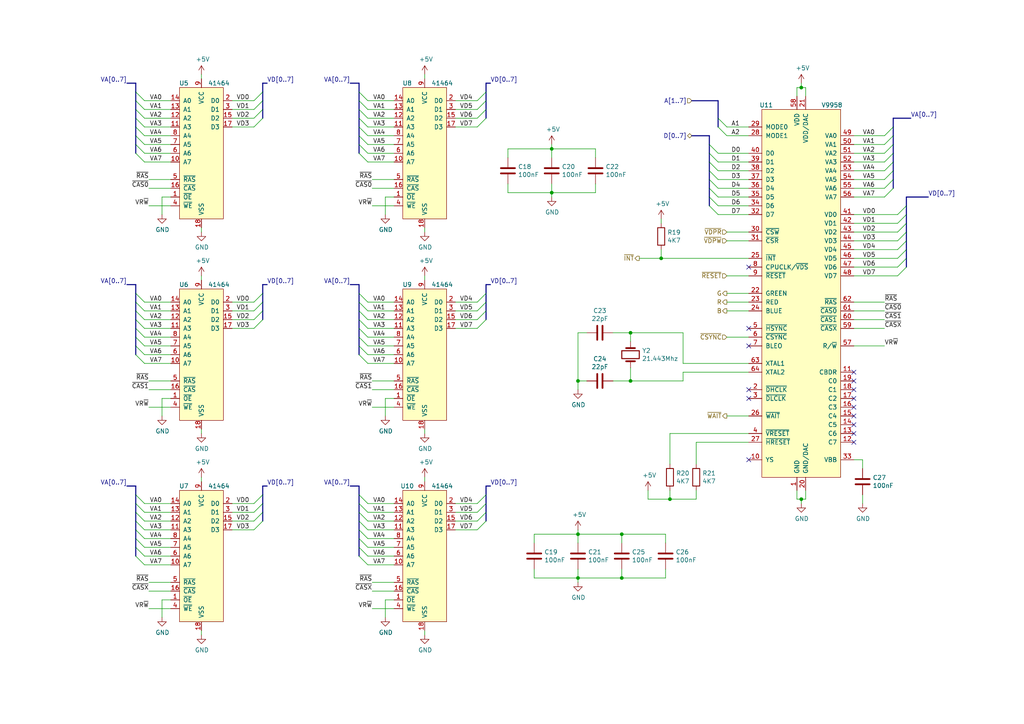
<source format=kicad_sch>
(kicad_sch (version 20211123) (generator eeschema)
  (paper "A4")
  (lib_symbols
    (symbol "Ddraig:41464" (pin_names (offset 1.016))
      (property "Reference" "U" (at 3.81 20.32 0))
      (property "Value" "41464" (at 5.08 -20.32 0))
      (symbol "41464_0_1"
        (rectangle (start -6.35 19.05) (end 6.35 -19.05) (fill (type background)))
      )
      (symbol "41464_1_1"
        (pin input line (at -8.89 -12.7 0) (length 2.54) (name "~{OE}") (number "1"))
        (pin input line (at -8.89 -2.54 0) (length 2.54) (name "A7") (number "10"))
        (pin input line (at -8.89 7.62 0) (length 2.54) (name "A3") (number "11"))
        (pin input line (at -8.89 10.16 0) (length 2.54) (name "A2") (number "12"))
        (pin input line (at -8.89 12.7 0) (length 2.54) (name "A1") (number "13"))
        (pin input line (at -8.89 15.24 0) (length 2.54) (name "A0") (number "14"))
        (pin bidirectional line (at 8.89 10.16 180) (length 2.54) (name "D2") (number "15"))
        (pin input line (at -8.89 -10.16 0) (length 2.54) (name "~{CAS}") (number "16"))
        (pin bidirectional line (at 8.89 7.62 180) (length 2.54) (name "D3") (number "17"))
        (pin power_in line (at 0 -21.59 90) (length 2.54) (name "VSS") (number "18"))
        (pin bidirectional line (at 8.89 15.24 180) (length 2.54) (name "D0") (number "2"))
        (pin bidirectional line (at 8.89 12.7 180) (length 2.54) (name "D1") (number "3"))
        (pin input line (at -8.89 -15.24 0) (length 2.54) (name "~{WE}") (number "4"))
        (pin input line (at -8.89 -7.62 0) (length 2.54) (name "~{RAS}") (number "5"))
        (pin input line (at -8.89 0 0) (length 2.54) (name "A6") (number "6"))
        (pin input line (at -8.89 2.54 0) (length 2.54) (name "A5") (number "7"))
        (pin input line (at -8.89 5.08 0) (length 2.54) (name "A4") (number "8"))
        (pin power_in line (at 0 21.59 270) (length 2.54) (name "VCC") (number "9"))
      )
    )
    (symbol "Ddraig:V9958" (pin_names (offset 1.016))
      (property "Reference" "U" (at 0 0 0))
      (property "Value" "V9958" (at 0 0 0))
      (symbol "V9958_0_1"
        (rectangle (start -11.43 -55.88) (end 11.43 50.8) (fill (type background)))
      )
      (symbol "V9958_1_1"
        (pin power_in line (at -1.27 -59.69 90) (length 3.81) (name "GND") (number "1"))
        (pin output line (at -15.24 -50.8 0) (length 3.81) (name "YS") (number "10"))
        (pin output line (at 15.24 -25.4 180) (length 3.81) (name "CBDR") (number "11"))
        (pin bidirectional line (at 15.24 -45.72 180) (length 3.81) (name "C7") (number "12"))
        (pin bidirectional line (at 15.24 -43.18 180) (length 3.81) (name "C6") (number "13"))
        (pin bidirectional line (at 15.24 -40.64 180) (length 3.81) (name "C5") (number "14"))
        (pin bidirectional line (at 15.24 -38.1 180) (length 3.81) (name "C4") (number "15"))
        (pin bidirectional line (at 15.24 -35.56 180) (length 3.81) (name "C3") (number "16"))
        (pin bidirectional line (at 15.24 -33.02 180) (length 3.81) (name "C2") (number "17"))
        (pin bidirectional line (at 15.24 -30.48 180) (length 3.81) (name "C1") (number "18"))
        (pin bidirectional line (at 15.24 -27.94 180) (length 3.81) (name "C0") (number "19"))
        (pin output line (at -15.24 -30.48 0) (length 3.81) (name "~{DHCLK}") (number "2"))
        (pin power_in line (at 1.27 -59.69 90) (length 3.81) (name "GND/DAC") (number "20"))
        (pin power_in line (at 1.27 54.61 270) (length 3.81) (name "VDD/DAC") (number "21"))
        (pin output line (at -15.24 -2.54 0) (length 3.81) (name "GREEN") (number "22"))
        (pin output line (at -15.24 -5.08 0) (length 3.81) (name "RED") (number "23"))
        (pin output line (at -15.24 -7.62 0) (length 3.81) (name "BLUE") (number "24"))
        (pin output line (at -15.24 7.62 0) (length 3.81) (name "~{INT}") (number "25"))
        (pin output line (at -15.24 -38.1 0) (length 3.81) (name "~{WAIT}") (number "26"))
        (pin input line (at -15.24 -45.72 0) (length 3.81) (name "~{HRESET}") (number "27"))
        (pin input line (at -15.24 43.18 0) (length 3.81) (name "MODE1") (number "28"))
        (pin input line (at -15.24 45.72 0) (length 3.81) (name "MODE0") (number "29"))
        (pin output line (at -15.24 -33.02 0) (length 3.81) (name "~{DLCLK}") (number "3"))
        (pin input line (at -15.24 15.24 0) (length 3.81) (name "~{CSW}") (number "30"))
        (pin input line (at -15.24 12.7 0) (length 3.81) (name "~{CSR}") (number "31"))
        (pin bidirectional line (at -15.24 20.32 0) (length 3.81) (name "D7") (number "32"))
        (pin input line (at 15.24 -50.8 180) (length 3.81) (name "VBB") (number "33"))
        (pin bidirectional line (at -15.24 22.86 0) (length 3.81) (name "D6") (number "34"))
        (pin bidirectional line (at -15.24 25.4 0) (length 3.81) (name "D5") (number "35"))
        (pin bidirectional line (at -15.24 27.94 0) (length 3.81) (name "D4") (number "36"))
        (pin bidirectional line (at -15.24 30.48 0) (length 3.81) (name "D3") (number "37"))
        (pin bidirectional line (at -15.24 33.02 0) (length 3.81) (name "D2") (number "38"))
        (pin bidirectional line (at -15.24 35.56 0) (length 3.81) (name "D1") (number "39"))
        (pin input line (at -15.24 -43.18 0) (length 3.81) (name "~{VRESET}") (number "4"))
        (pin bidirectional line (at -15.24 38.1 0) (length 3.81) (name "D0") (number "40"))
        (pin bidirectional line (at 15.24 20.32 180) (length 3.81) (name "VD0") (number "41"))
        (pin bidirectional line (at 15.24 17.78 180) (length 3.81) (name "VD1") (number "42"))
        (pin bidirectional line (at 15.24 15.24 180) (length 3.81) (name "VD2") (number "43"))
        (pin bidirectional line (at 15.24 12.7 180) (length 3.81) (name "VD3") (number "44"))
        (pin bidirectional line (at 15.24 10.16 180) (length 3.81) (name "VD4") (number "45"))
        (pin bidirectional line (at 15.24 7.62 180) (length 3.81) (name "VD5") (number "46"))
        (pin bidirectional line (at 15.24 5.08 180) (length 3.81) (name "VD6") (number "47"))
        (pin bidirectional line (at 15.24 2.54 180) (length 3.81) (name "VD7") (number "48"))
        (pin output line (at 15.24 43.18 180) (length 3.81) (name "VA0") (number "49"))
        (pin output line (at -15.24 -12.7 0) (length 3.81) (name "~{HSYNC}") (number "5"))
        (pin output line (at 15.24 40.64 180) (length 3.81) (name "VA1") (number "50"))
        (pin output line (at 15.24 38.1 180) (length 3.81) (name "VA2") (number "51"))
        (pin output line (at 15.24 35.56 180) (length 3.81) (name "VA3") (number "52"))
        (pin output line (at 15.24 33.02 180) (length 3.81) (name "VA4") (number "53"))
        (pin output line (at 15.24 30.48 180) (length 3.81) (name "VA5") (number "54"))
        (pin output line (at 15.24 27.94 180) (length 3.81) (name "VA6") (number "55"))
        (pin output line (at 15.24 25.4 180) (length 3.81) (name "VA7") (number "56"))
        (pin output line (at 15.24 -17.78 180) (length 3.81) (name "R/~{W}") (number "57"))
        (pin power_in line (at -1.27 54.61 270) (length 3.81) (name "VDD") (number "58"))
        (pin output line (at 15.24 -12.7 180) (length 3.81) (name "~{CASX}") (number "59"))
        (pin output line (at -15.24 -15.24 0) (length 3.81) (name "~{CSYNC}") (number "6"))
        (pin output line (at 15.24 -10.16 180) (length 3.81) (name "~{CAS1}") (number "60"))
        (pin output line (at 15.24 -7.62 180) (length 3.81) (name "~{CAS0}") (number "61"))
        (pin output line (at 15.24 -5.08 180) (length 3.81) (name "~{RAS}") (number "62"))
        (pin passive line (at -15.24 -22.86 0) (length 3.81) (name "XTAL1") (number "63"))
        (pin passive line (at -15.24 -25.4 0) (length 3.81) (name "XTAL2") (number "64"))
        (pin output line (at -15.24 -17.78 0) (length 3.81) (name "BLEO") (number "7"))
        (pin output line (at -15.24 5.08 0) (length 3.81) (name "CPUCLK/~{VDS}") (number "8"))
        (pin input line (at -15.24 2.54 0) (length 3.81) (name "~{RESET}") (number "9"))
      )
    )
    (symbol "Device:C" (pin_numbers hide) (pin_names (offset 0.254))
      (property "Reference" "C" (at 0.635 2.54 0))
      (property "Value" "C" (at 0.635 -2.54 0))
      (symbol "C_0_1"
        (polyline (pts (xy -2.032 -0.762) (xy 2.032 -0.762)) (stroke (width 0.508)))
        (polyline (pts (xy -2.032 0.762) (xy 2.032 0.762)) (stroke (width 0.508)))
      )
      (symbol "C_1_1"
        (pin passive line (at 0 3.81 270) (length 2.794) (name "~") (number "1"))
        (pin passive line (at 0 -3.81 90) (length 2.794) (name "~") (number "2"))
      )
    )
    (symbol "Device:Crystal" (pin_numbers hide) (pin_names (offset 1.016) hide)
      (property "Reference" "Y" (at 0 3.81 0))
      (property "Value" "Crystal" (at 0 -3.81 0))
      (symbol "Crystal_0_1"
        (rectangle (start -1.143 2.54) (end 1.143 -2.54) (stroke (width 0.3048)))
        (polyline (pts (xy -2.54 0) (xy -1.905 0)))
        (polyline (pts (xy -1.905 -1.27) (xy -1.905 1.27)) (stroke (width 0.508)))
        (polyline (pts (xy 1.905 -1.27) (xy 1.905 1.27)) (stroke (width 0.508)))
        (polyline (pts (xy 2.54 0) (xy 1.905 0)))
      )
      (symbol "Crystal_1_1"
        (pin passive line (at -3.81 0 0) (length 1.27) (name "1") (number "1"))
        (pin passive line (at 3.81 0 180) (length 1.27) (name "2") (number "2"))
      )
    )
    (symbol "Device:R" (pin_numbers hide) (pin_names (offset 0))
      (property "Reference" "R" (at 2.032 0 90))
      (property "Value" "R" (at 0 0 90))
      (symbol "R_0_1"
        (rectangle (start -1.016 -2.54) (end 1.016 2.54) (stroke (width 0.254)))
      )
      (symbol "R_1_1"
        (pin passive line (at 0 3.81 270) (length 1.27) (name "~") (number "1"))
        (pin passive line (at 0 -3.81 90) (length 1.27) (name "~") (number "2"))
      )
    )
    (symbol "power:+5V" (power) (pin_names (offset 0))
      (property "Value" "+5V" (at 0 3.556 0))
      (symbol "+5V_0_1"
        (polyline (pts (xy -0.762 1.27) (xy 0 2.54)))
        (polyline (pts (xy 0 0) (xy 0 2.54)))
        (polyline (pts (xy 0 2.54) (xy 0.762 1.27)))
      )
      (symbol "+5V_1_1"
        (pin power_in line (at 0 0 90) (length 0) hide (name "+5V") (number "1"))
      )
    )
    (symbol "power:GND" (power) (pin_names (offset 0))
      (property "Value" "GND" (at 0 -3.81 0))
      (symbol "GND_0_1"
        (polyline (pts (xy 0 0) (xy 0 -1.27) (xy 1.27 -1.27) (xy 0 -2.54) (xy -1.27 -1.27) (xy 0 -1.27)))
      )
      (symbol "GND_1_1"
        (pin power_in line (at 0 0 270) (length 0) hide (name "GND") (number "1"))
      )
    )
  )
  (junction (at 191.77 74.93))
  (junction (at 160.02 43.18))
  (junction (at 180.34 167.64))
  (junction (at 180.34 154.94))
  (junction (at 167.64 154.94))
  (junction (at 194.31 144.78))
  (junction (at 182.88 96.52))
  (junction (at 160.02 55.88))
  (junction (at 167.64 110.49))
  (junction (at 232.41 25.4))
  (junction (at 167.64 167.64))
  (junction (at 232.41 144.78))
  (junction (at 182.88 110.49))
  (no_connect (at 247.65 125.73))
  (no_connect (at 217.17 113.03))
  (no_connect (at 247.65 123.19))
  (no_connect (at 217.17 77.47))
  (no_connect (at 247.65 110.49))
  (no_connect (at 247.65 107.95))
  (no_connect (at 217.17 100.33))
  (no_connect (at 217.17 133.35))
  (no_connect (at 217.17 95.25))
  (no_connect (at 247.65 115.57))
  (no_connect (at 217.17 115.57))
  (no_connect (at 247.65 128.27))
  (no_connect (at 247.65 118.11))
  (no_connect (at 247.65 113.03))
  (no_connect (at 247.65 120.65))
  (bus_entry (at 104.14 29.21) (size 2.54 2.54))
  (bus_entry (at 140.97 151.13) (size -2.54 2.54))
  (bus_entry (at 39.37 146.05) (size 2.54 2.54))
  (bus_entry (at 259.08 39.37) (size -2.54 2.54))
  (bus_entry (at 76.2 90.17) (size -2.54 2.54))
  (bus_entry (at 76.2 146.05) (size -2.54 2.54))
  (bus_entry (at 76.2 29.21) (size -2.54 2.54))
  (bus_entry (at 76.2 34.29) (size -2.54 2.54))
  (bus_entry (at 104.14 31.75) (size 2.54 2.54))
  (bus_entry (at 140.97 31.75) (size -2.54 2.54))
  (bus_entry (at 262.89 64.77) (size -2.54 2.54))
  (bus_entry (at 205.74 46.99) (size 2.54 2.54))
  (bus_entry (at 39.37 97.79) (size 2.54 2.54))
  (bus_entry (at 140.97 92.71) (size -2.54 2.54))
  (bus_entry (at 39.37 44.45) (size 2.54 2.54))
  (bus_entry (at 104.14 92.71) (size 2.54 2.54))
  (bus_entry (at 262.89 59.69) (size -2.54 2.54))
  (bus_entry (at 104.14 44.45) (size 2.54 2.54))
  (bus_entry (at 208.28 34.29) (size 2.54 2.54))
  (bus_entry (at 104.14 97.79) (size 2.54 2.54))
  (bus_entry (at 262.89 74.93) (size -2.54 2.54))
  (bus_entry (at 104.14 100.33) (size 2.54 2.54))
  (bus_entry (at 104.14 34.29) (size 2.54 2.54))
  (bus_entry (at 76.2 31.75) (size -2.54 2.54))
  (bus_entry (at 104.14 161.29) (size 2.54 2.54))
  (bus_entry (at 104.14 26.67) (size 2.54 2.54))
  (bus_entry (at 39.37 90.17) (size 2.54 2.54))
  (bus_entry (at 104.14 39.37) (size 2.54 2.54))
  (bus_entry (at 39.37 29.21) (size 2.54 2.54))
  (bus_entry (at 140.97 90.17) (size -2.54 2.54))
  (bus_entry (at 104.14 87.63) (size 2.54 2.54))
  (bus_entry (at 104.14 153.67) (size 2.54 2.54))
  (bus_entry (at 76.2 151.13) (size -2.54 2.54))
  (bus_entry (at 104.14 41.91) (size 2.54 2.54))
  (bus_entry (at 76.2 148.59) (size -2.54 2.54))
  (bus_entry (at 76.2 85.09) (size -2.54 2.54))
  (bus_entry (at 205.74 59.69) (size 2.54 2.54))
  (bus_entry (at 39.37 95.25) (size 2.54 2.54))
  (bus_entry (at 140.97 148.59) (size -2.54 2.54))
  (bus_entry (at 140.97 26.67) (size -2.54 2.54))
  (bus_entry (at 205.74 41.91) (size 2.54 2.54))
  (bus_entry (at 259.08 41.91) (size -2.54 2.54))
  (bus_entry (at 39.37 26.67) (size 2.54 2.54))
  (bus_entry (at 39.37 39.37) (size 2.54 2.54))
  (bus_entry (at 39.37 87.63) (size 2.54 2.54))
  (bus_entry (at 262.89 69.85) (size -2.54 2.54))
  (bus_entry (at 262.89 77.47) (size -2.54 2.54))
  (bus_entry (at 262.89 62.23) (size -2.54 2.54))
  (bus_entry (at 104.14 102.87) (size 2.54 2.54))
  (bus_entry (at 259.08 49.53) (size -2.54 2.54))
  (bus_entry (at 259.08 54.61) (size -2.54 2.54))
  (bus_entry (at 262.89 72.39) (size -2.54 2.54))
  (bus_entry (at 39.37 92.71) (size 2.54 2.54))
  (bus_entry (at 262.89 67.31) (size -2.54 2.54))
  (bus_entry (at 39.37 156.21) (size 2.54 2.54))
  (bus_entry (at 39.37 41.91) (size 2.54 2.54))
  (bus_entry (at 39.37 31.75) (size 2.54 2.54))
  (bus_entry (at 259.08 44.45) (size -2.54 2.54))
  (bus_entry (at 39.37 153.67) (size 2.54 2.54))
  (bus_entry (at 205.74 54.61) (size 2.54 2.54))
  (bus_entry (at 140.97 29.21) (size -2.54 2.54))
  (bus_entry (at 140.97 146.05) (size -2.54 2.54))
  (bus_entry (at 104.14 95.25) (size 2.54 2.54))
  (bus_entry (at 76.2 92.71) (size -2.54 2.54))
  (bus_entry (at 39.37 158.75) (size 2.54 2.54))
  (bus_entry (at 39.37 148.59) (size 2.54 2.54))
  (bus_entry (at 76.2 87.63) (size -2.54 2.54))
  (bus_entry (at 104.14 143.51) (size 2.54 2.54))
  (bus_entry (at 140.97 143.51) (size -2.54 2.54))
  (bus_entry (at 39.37 143.51) (size 2.54 2.54))
  (bus_entry (at 140.97 87.63) (size -2.54 2.54))
  (bus_entry (at 205.74 49.53) (size 2.54 2.54))
  (bus_entry (at 259.08 36.83) (size -2.54 2.54))
  (bus_entry (at 104.14 36.83) (size 2.54 2.54))
  (bus_entry (at 39.37 36.83) (size 2.54 2.54))
  (bus_entry (at 39.37 34.29) (size 2.54 2.54))
  (bus_entry (at 104.14 85.09) (size 2.54 2.54))
  (bus_entry (at 104.14 146.05) (size 2.54 2.54))
  (bus_entry (at 205.74 57.15) (size 2.54 2.54))
  (bus_entry (at 259.08 46.99) (size -2.54 2.54))
  (bus_entry (at 39.37 100.33) (size 2.54 2.54))
  (bus_entry (at 140.97 85.09) (size -2.54 2.54))
  (bus_entry (at 39.37 161.29) (size 2.54 2.54))
  (bus_entry (at 104.14 90.17) (size 2.54 2.54))
  (bus_entry (at 104.14 156.21) (size 2.54 2.54))
  (bus_entry (at 140.97 34.29) (size -2.54 2.54))
  (bus_entry (at 208.28 36.83) (size 2.54 2.54))
  (bus_entry (at 205.74 52.07) (size 2.54 2.54))
  (bus_entry (at 39.37 151.13) (size 2.54 2.54))
  (bus_entry (at 76.2 26.67) (size -2.54 2.54))
  (bus_entry (at 104.14 151.13) (size 2.54 2.54))
  (bus_entry (at 39.37 85.09) (size 2.54 2.54))
  (bus_entry (at 259.08 52.07) (size -2.54 2.54))
  (bus_entry (at 76.2 143.51) (size -2.54 2.54))
  (bus_entry (at 104.14 158.75) (size 2.54 2.54))
  (bus_entry (at 205.74 44.45) (size 2.54 2.54))
  (bus_entry (at 39.37 102.87) (size 2.54 2.54))
  (bus_entry (at 104.14 148.59) (size 2.54 2.54))
  (wire (pts (xy 114.3 173.99) (xy 111.76 173.99)))
  (bus (pts (xy 140.97 140.97) (xy 142.24 140.97)))
  (bus (pts (xy 104.14 24.13) (xy 101.6 24.13)))
  (bus (pts (xy 39.37 146.05) (xy 39.37 148.59)))
  (wire (pts (xy 114.3 168.91) (xy 107.95 168.91)))
  (bus (pts (xy 140.97 143.51) (xy 140.97 146.05)))
  (wire (pts (xy 107.95 171.45) (xy 114.3 171.45)))
  (wire (pts (xy 106.68 29.21) (xy 114.3 29.21)))
  (wire (pts (xy 256.54 39.37) (xy 247.65 39.37)))
  (wire (pts (xy 58.42 184.15) (xy 58.42 182.88)))
  (wire (pts (xy 191.77 72.39) (xy 191.77 74.93)))
  (wire (pts (xy 170.18 96.52) (xy 167.64 96.52)))
  (wire (pts (xy 180.34 154.94) (xy 180.34 157.48)))
  (bus (pts (xy 76.2 82.55) (xy 76.2 85.09)))
  (wire (pts (xy 231.14 142.24) (xy 231.14 144.78)))
  (wire (pts (xy 187.96 144.78) (xy 194.31 144.78)))
  (wire (pts (xy 114.3 115.57) (xy 111.76 115.57)))
  (wire (pts (xy 247.65 77.47) (xy 260.35 77.47)))
  (wire (pts (xy 198.12 105.41) (xy 198.12 96.52)))
  (bus (pts (xy 262.89 69.85) (xy 262.89 72.39)))
  (bus (pts (xy 76.2 24.13) (xy 76.2 26.67)))
  (wire (pts (xy 208.28 62.23) (xy 217.17 62.23)))
  (wire (pts (xy 111.76 115.57) (xy 111.76 120.65)))
  (bus (pts (xy 39.37 39.37) (xy 39.37 41.91)))
  (bus (pts (xy 104.14 153.67) (xy 104.14 156.21)))
  (wire (pts (xy 132.08 31.75) (xy 138.43 31.75)))
  (wire (pts (xy 208.28 44.45) (xy 217.17 44.45)))
  (wire (pts (xy 41.91 31.75) (xy 49.53 31.75)))
  (wire (pts (xy 106.68 163.83) (xy 114.3 163.83)))
  (wire (pts (xy 132.08 90.17) (xy 138.43 90.17)))
  (wire (pts (xy 208.28 54.61) (xy 217.17 54.61)))
  (wire (pts (xy 49.53 57.15) (xy 46.99 57.15)))
  (bus (pts (xy 76.2 26.67) (xy 76.2 29.21)))
  (wire (pts (xy 256.54 49.53) (xy 247.65 49.53)))
  (wire (pts (xy 123.19 81.28) (xy 123.19 80.01)))
  (bus (pts (xy 104.14 29.21) (xy 104.14 31.75)))
  (wire (pts (xy 217.17 128.27) (xy 201.93 128.27)))
  (wire (pts (xy 210.82 97.79) (xy 217.17 97.79)))
  (wire (pts (xy 138.43 34.29) (xy 132.08 34.29)))
  (wire (pts (xy 154.94 154.94) (xy 167.64 154.94)))
  (wire (pts (xy 132.08 36.83) (xy 138.43 36.83)))
  (bus (pts (xy 39.37 92.71) (xy 39.37 95.25)))
  (wire (pts (xy 132.08 153.67) (xy 138.43 153.67)))
  (wire (pts (xy 247.65 95.25) (xy 256.54 95.25)))
  (wire (pts (xy 250.19 135.89) (xy 250.19 133.35)))
  (bus (pts (xy 140.97 24.13) (xy 140.97 26.67)))
  (wire (pts (xy 217.17 74.93) (xy 191.77 74.93)))
  (wire (pts (xy 106.68 34.29) (xy 114.3 34.29)))
  (wire (pts (xy 217.17 90.17) (xy 210.82 90.17)))
  (bus (pts (xy 140.97 31.75) (xy 140.97 34.29)))
  (bus (pts (xy 205.74 54.61) (xy 205.74 57.15)))
  (wire (pts (xy 114.3 113.03) (xy 107.95 113.03)))
  (bus (pts (xy 39.37 151.13) (xy 39.37 153.67)))
  (wire (pts (xy 58.42 81.28) (xy 58.42 80.01)))
  (wire (pts (xy 41.91 151.13) (xy 49.53 151.13)))
  (bus (pts (xy 208.28 34.29) (xy 208.28 36.83)))
  (wire (pts (xy 210.82 87.63) (xy 217.17 87.63)))
  (wire (pts (xy 256.54 57.15) (xy 247.65 57.15)))
  (wire (pts (xy 231.14 25.4) (xy 231.14 27.94)))
  (wire (pts (xy 256.54 41.91) (xy 247.65 41.91)))
  (bus (pts (xy 104.14 85.09) (xy 104.14 87.63)))
  (wire (pts (xy 46.99 57.15) (xy 46.99 62.23)))
  (wire (pts (xy 167.64 157.48) (xy 167.64 154.94)))
  (wire (pts (xy 198.12 96.52) (xy 182.88 96.52)))
  (wire (pts (xy 217.17 67.31) (xy 210.82 67.31)))
  (wire (pts (xy 231.14 144.78) (xy 232.41 144.78)))
  (wire (pts (xy 132.08 95.25) (xy 138.43 95.25)))
  (wire (pts (xy 256.54 52.07) (xy 247.65 52.07)))
  (wire (pts (xy 250.19 133.35) (xy 247.65 133.35)))
  (wire (pts (xy 123.19 125.73) (xy 123.19 124.46)))
  (bus (pts (xy 259.08 34.29) (xy 259.08 36.83)))
  (wire (pts (xy 167.64 154.94) (xy 180.34 154.94)))
  (wire (pts (xy 193.04 154.94) (xy 193.04 157.48)))
  (bus (pts (xy 205.74 39.37) (xy 200.66 39.37)))
  (wire (pts (xy 41.91 29.21) (xy 49.53 29.21)))
  (bus (pts (xy 76.2 90.17) (xy 76.2 92.71)))
  (bus (pts (xy 140.97 85.09) (xy 140.97 87.63)))
  (wire (pts (xy 41.91 92.71) (xy 49.53 92.71)))
  (wire (pts (xy 160.02 43.18) (xy 160.02 41.91)))
  (bus (pts (xy 39.37 97.79) (xy 39.37 100.33)))
  (wire (pts (xy 43.18 118.11) (xy 49.53 118.11)))
  (wire (pts (xy 49.53 54.61) (xy 43.18 54.61)))
  (wire (pts (xy 46.99 173.99) (xy 46.99 179.07)))
  (wire (pts (xy 217.17 125.73) (xy 194.31 125.73)))
  (wire (pts (xy 41.91 44.45) (xy 49.53 44.45)))
  (bus (pts (xy 104.14 26.67) (xy 104.14 29.21)))
  (wire (pts (xy 106.68 102.87) (xy 114.3 102.87)))
  (wire (pts (xy 247.65 90.17) (xy 256.54 90.17)))
  (wire (pts (xy 106.68 146.05) (xy 114.3 146.05)))
  (wire (pts (xy 106.68 97.79) (xy 114.3 97.79)))
  (wire (pts (xy 194.31 125.73) (xy 194.31 134.62)))
  (wire (pts (xy 107.95 59.69) (xy 114.3 59.69)))
  (wire (pts (xy 147.32 55.88) (xy 160.02 55.88)))
  (bus (pts (xy 76.2 143.51) (xy 76.2 146.05)))
  (bus (pts (xy 205.74 44.45) (xy 205.74 46.99)))
  (wire (pts (xy 106.68 31.75) (xy 114.3 31.75)))
  (wire (pts (xy 41.91 102.87) (xy 49.53 102.87)))
  (wire (pts (xy 247.65 92.71) (xy 256.54 92.71)))
  (wire (pts (xy 49.53 113.03) (xy 43.18 113.03)))
  (wire (pts (xy 247.65 100.33) (xy 256.54 100.33)))
  (wire (pts (xy 208.28 46.99) (xy 217.17 46.99)))
  (wire (pts (xy 106.68 41.91) (xy 114.3 41.91)))
  (wire (pts (xy 106.68 153.67) (xy 114.3 153.67)))
  (wire (pts (xy 41.91 39.37) (xy 49.53 39.37)))
  (bus (pts (xy 140.97 82.55) (xy 140.97 85.09)))
  (wire (pts (xy 106.68 44.45) (xy 114.3 44.45)))
  (wire (pts (xy 232.41 146.05) (xy 232.41 144.78)))
  (wire (pts (xy 247.65 62.23) (xy 260.35 62.23)))
  (bus (pts (xy 104.14 158.75) (xy 104.14 161.29)))
  (wire (pts (xy 49.53 115.57) (xy 46.99 115.57)))
  (wire (pts (xy 233.68 25.4) (xy 232.41 25.4)))
  (wire (pts (xy 106.68 161.29) (xy 114.3 161.29)))
  (wire (pts (xy 167.64 110.49) (xy 167.64 113.03)))
  (bus (pts (xy 76.2 82.55) (xy 77.47 82.55)))
  (bus (pts (xy 39.37 26.67) (xy 39.37 29.21)))
  (bus (pts (xy 104.14 41.91) (xy 104.14 44.45)))
  (bus (pts (xy 39.37 140.97) (xy 36.83 140.97)))
  (bus (pts (xy 39.37 156.21) (xy 39.37 158.75)))
  (wire (pts (xy 41.91 90.17) (xy 49.53 90.17)))
  (wire (pts (xy 49.53 173.99) (xy 46.99 173.99)))
  (wire (pts (xy 106.68 156.21) (xy 114.3 156.21)))
  (bus (pts (xy 262.89 74.93) (xy 262.89 77.47)))
  (wire (pts (xy 256.54 46.99) (xy 247.65 46.99)))
  (wire (pts (xy 41.91 41.91) (xy 49.53 41.91)))
  (bus (pts (xy 39.37 24.13) (xy 39.37 26.67)))
  (bus (pts (xy 262.89 57.15) (xy 269.24 57.15)))
  (bus (pts (xy 262.89 62.23) (xy 262.89 64.77)))
  (bus (pts (xy 39.37 82.55) (xy 36.83 82.55)))
  (wire (pts (xy 106.68 158.75) (xy 114.3 158.75)))
  (wire (pts (xy 247.65 74.93) (xy 260.35 74.93)))
  (wire (pts (xy 194.31 142.24) (xy 194.31 144.78)))
  (bus (pts (xy 76.2 31.75) (xy 76.2 34.29)))
  (wire (pts (xy 247.65 87.63) (xy 256.54 87.63)))
  (wire (pts (xy 210.82 120.65) (xy 217.17 120.65)))
  (wire (pts (xy 160.02 43.18) (xy 172.72 43.18)))
  (wire (pts (xy 58.42 139.7) (xy 58.42 138.43)))
  (wire (pts (xy 49.53 168.91) (xy 43.18 168.91)))
  (wire (pts (xy 41.91 153.67) (xy 49.53 153.67)))
  (wire (pts (xy 180.34 167.64) (xy 180.34 165.1)))
  (wire (pts (xy 210.82 69.85) (xy 217.17 69.85)))
  (wire (pts (xy 170.18 110.49) (xy 167.64 110.49)))
  (wire (pts (xy 106.68 90.17) (xy 114.3 90.17)))
  (wire (pts (xy 198.12 110.49) (xy 182.88 110.49)))
  (wire (pts (xy 167.64 154.94) (xy 167.64 153.67)))
  (wire (pts (xy 160.02 45.72) (xy 160.02 43.18)))
  (bus (pts (xy 39.37 100.33) (xy 39.37 102.87)))
  (wire (pts (xy 233.68 144.78) (xy 233.68 142.24)))
  (bus (pts (xy 39.37 153.67) (xy 39.37 156.21)))
  (wire (pts (xy 247.65 67.31) (xy 260.35 67.31)))
  (bus (pts (xy 39.37 41.91) (xy 39.37 44.45)))
  (bus (pts (xy 205.74 46.99) (xy 205.74 49.53)))
  (bus (pts (xy 104.14 143.51) (xy 104.14 146.05)))
  (wire (pts (xy 73.66 34.29) (xy 67.31 34.29)))
  (bus (pts (xy 104.14 31.75) (xy 104.14 34.29)))
  (wire (pts (xy 67.31 148.59) (xy 73.66 148.59)))
  (bus (pts (xy 104.14 87.63) (xy 104.14 90.17)))
  (bus (pts (xy 104.14 146.05) (xy 104.14 148.59)))
  (bus (pts (xy 104.14 148.59) (xy 104.14 151.13)))
  (wire (pts (xy 232.41 144.78) (xy 233.68 144.78)))
  (bus (pts (xy 104.14 82.55) (xy 104.14 85.09)))
  (bus (pts (xy 104.14 36.83) (xy 104.14 39.37)))
  (wire (pts (xy 41.91 34.29) (xy 49.53 34.29)))
  (bus (pts (xy 208.28 29.21) (xy 208.28 34.29)))
  (wire (pts (xy 172.72 55.88) (xy 172.72 53.34)))
  (bus (pts (xy 140.97 24.13) (xy 142.24 24.13)))
  (bus (pts (xy 104.14 140.97) (xy 104.14 143.51)))
  (bus (pts (xy 39.37 31.75) (xy 39.37 34.29)))
  (bus (pts (xy 104.14 97.79) (xy 104.14 100.33)))
  (wire (pts (xy 58.42 22.86) (xy 58.42 21.59)))
  (wire (pts (xy 154.94 165.1) (xy 154.94 167.64)))
  (bus (pts (xy 262.89 67.31) (xy 262.89 69.85)))
  (wire (pts (xy 41.91 87.63) (xy 49.53 87.63)))
  (wire (pts (xy 217.17 105.41) (xy 198.12 105.41)))
  (wire (pts (xy 194.31 144.78) (xy 201.93 144.78)))
  (wire (pts (xy 73.66 92.71) (xy 67.31 92.71)))
  (wire (pts (xy 138.43 87.63) (xy 132.08 87.63)))
  (wire (pts (xy 177.8 110.49) (xy 182.88 110.49)))
  (bus (pts (xy 39.37 24.13) (xy 36.83 24.13)))
  (wire (pts (xy 247.65 72.39) (xy 260.35 72.39)))
  (bus (pts (xy 140.97 148.59) (xy 140.97 151.13)))
  (wire (pts (xy 73.66 146.05) (xy 67.31 146.05)))
  (wire (pts (xy 193.04 165.1) (xy 193.04 167.64)))
  (wire (pts (xy 191.77 64.77) (xy 191.77 63.5)))
  (wire (pts (xy 147.32 43.18) (xy 160.02 43.18)))
  (bus (pts (xy 259.08 49.53) (xy 259.08 52.07)))
  (bus (pts (xy 262.89 57.15) (xy 262.89 59.69)))
  (wire (pts (xy 138.43 92.71) (xy 132.08 92.71)))
  (wire (pts (xy 233.68 27.94) (xy 233.68 25.4)))
  (wire (pts (xy 167.64 167.64) (xy 167.64 168.91)))
  (bus (pts (xy 259.08 39.37) (xy 259.08 41.91)))
  (bus (pts (xy 104.14 95.25) (xy 104.14 97.79)))
  (wire (pts (xy 191.77 74.93) (xy 185.42 74.93)))
  (bus (pts (xy 104.14 90.17) (xy 104.14 92.71)))
  (bus (pts (xy 208.28 29.21) (xy 200.66 29.21)))
  (wire (pts (xy 247.65 80.01) (xy 260.35 80.01)))
  (bus (pts (xy 76.2 24.13) (xy 77.47 24.13)))
  (wire (pts (xy 41.91 161.29) (xy 49.53 161.29)))
  (wire (pts (xy 201.93 128.27) (xy 201.93 134.62)))
  (wire (pts (xy 41.91 100.33) (xy 49.53 100.33)))
  (bus (pts (xy 76.2 140.97) (xy 76.2 143.51)))
  (bus (pts (xy 39.37 85.09) (xy 39.37 87.63)))
  (bus (pts (xy 140.97 140.97) (xy 140.97 143.51)))
  (bus (pts (xy 259.08 44.45) (xy 259.08 46.99)))
  (wire (pts (xy 247.65 64.77) (xy 260.35 64.77)))
  (bus (pts (xy 39.37 148.59) (xy 39.37 151.13)))
  (wire (pts (xy 73.66 29.21) (xy 67.31 29.21)))
  (wire (pts (xy 58.42 125.73) (xy 58.42 124.46)))
  (wire (pts (xy 73.66 87.63) (xy 67.31 87.63)))
  (wire (pts (xy 147.32 53.34) (xy 147.32 55.88)))
  (bus (pts (xy 140.97 146.05) (xy 140.97 148.59)))
  (bus (pts (xy 76.2 85.09) (xy 76.2 87.63)))
  (wire (pts (xy 250.19 146.05) (xy 250.19 143.51)))
  (wire (pts (xy 198.12 107.95) (xy 217.17 107.95)))
  (wire (pts (xy 106.68 39.37) (xy 114.3 39.37)))
  (wire (pts (xy 182.88 99.06) (xy 182.88 96.52)))
  (wire (pts (xy 232.41 24.13) (xy 232.41 25.4)))
  (wire (pts (xy 138.43 151.13) (xy 132.08 151.13)))
  (wire (pts (xy 208.28 57.15) (xy 217.17 57.15)))
  (wire (pts (xy 43.18 59.69) (xy 49.53 59.69)))
  (wire (pts (xy 208.28 49.53) (xy 217.17 49.53)))
  (wire (pts (xy 67.31 36.83) (xy 73.66 36.83)))
  (wire (pts (xy 67.31 95.25) (xy 73.66 95.25)))
  (wire (pts (xy 247.65 69.85) (xy 260.35 69.85)))
  (bus (pts (xy 262.89 64.77) (xy 262.89 67.31)))
  (wire (pts (xy 160.02 55.88) (xy 172.72 55.88)))
  (wire (pts (xy 67.31 90.17) (xy 73.66 90.17)))
  (bus (pts (xy 39.37 95.25) (xy 39.37 97.79)))
  (wire (pts (xy 180.34 167.64) (xy 193.04 167.64)))
  (wire (pts (xy 58.42 67.31) (xy 58.42 66.04)))
  (wire (pts (xy 232.41 25.4) (xy 231.14 25.4)))
  (bus (pts (xy 104.14 151.13) (xy 104.14 153.67)))
  (bus (pts (xy 205.74 57.15) (xy 205.74 59.69)))
  (bus (pts (xy 259.08 36.83) (xy 259.08 39.37)))
  (wire (pts (xy 114.3 54.61) (xy 107.95 54.61)))
  (bus (pts (xy 39.37 143.51) (xy 39.37 146.05)))
  (bus (pts (xy 262.89 59.69) (xy 262.89 62.23)))
  (bus (pts (xy 140.97 87.63) (xy 140.97 90.17)))
  (wire (pts (xy 167.64 96.52) (xy 167.64 110.49)))
  (wire (pts (xy 46.99 115.57) (xy 46.99 120.65)))
  (wire (pts (xy 138.43 29.21) (xy 132.08 29.21)))
  (wire (pts (xy 187.96 142.24) (xy 187.96 144.78)))
  (wire (pts (xy 256.54 54.61) (xy 247.65 54.61)))
  (wire (pts (xy 167.64 165.1) (xy 167.64 167.64)))
  (wire (pts (xy 123.19 139.7) (xy 123.19 138.43)))
  (wire (pts (xy 106.68 95.25) (xy 114.3 95.25)))
  (wire (pts (xy 154.94 157.48) (xy 154.94 154.94)))
  (wire (pts (xy 106.68 100.33) (xy 114.3 100.33)))
  (bus (pts (xy 140.97 82.55) (xy 142.24 82.55)))
  (wire (pts (xy 41.91 105.41) (xy 49.53 105.41)))
  (bus (pts (xy 104.14 92.71) (xy 104.14 95.25)))
  (wire (pts (xy 106.68 148.59) (xy 114.3 148.59)))
  (wire (pts (xy 160.02 53.34) (xy 160.02 55.88)))
  (bus (pts (xy 104.14 156.21) (xy 104.14 158.75)))
  (bus (pts (xy 76.2 140.97) (xy 77.47 140.97)))
  (wire (pts (xy 106.68 46.99) (xy 114.3 46.99)))
  (wire (pts (xy 43.18 52.07) (xy 49.53 52.07)))
  (wire (pts (xy 123.19 67.31) (xy 123.19 66.04)))
  (bus (pts (xy 39.37 140.97) (xy 39.37 143.51)))
  (wire (pts (xy 107.95 118.11) (xy 114.3 118.11)))
  (wire (pts (xy 111.76 57.15) (xy 111.76 62.23)))
  (wire (pts (xy 114.3 176.53) (xy 107.95 176.53)))
  (bus (pts (xy 76.2 29.21) (xy 76.2 31.75)))
  (wire (pts (xy 106.68 105.41) (xy 114.3 105.41)))
  (wire (pts (xy 107.95 110.49) (xy 114.3 110.49)))
  (wire (pts (xy 208.28 59.69) (xy 217.17 59.69)))
  (wire (pts (xy 106.68 36.83) (xy 114.3 36.83)))
  (bus (pts (xy 76.2 146.05) (xy 76.2 148.59)))
  (wire (pts (xy 208.28 52.07) (xy 217.17 52.07)))
  (wire (pts (xy 106.68 92.71) (xy 114.3 92.71)))
  (wire (pts (xy 41.91 156.21) (xy 49.53 156.21)))
  (wire (pts (xy 43.18 110.49) (xy 49.53 110.49)))
  (wire (pts (xy 41.91 97.79) (xy 49.53 97.79)))
  (wire (pts (xy 111.76 173.99) (xy 111.76 179.07)))
  (bus (pts (xy 104.14 82.55) (xy 101.6 82.55)))
  (bus (pts (xy 104.14 100.33) (xy 104.14 102.87)))
  (wire (pts (xy 198.12 107.95) (xy 198.12 110.49)))
  (wire (pts (xy 217.17 85.09) (xy 210.82 85.09)))
  (bus (pts (xy 140.97 90.17) (xy 140.97 92.71)))
  (bus (pts (xy 104.14 24.13) (xy 104.14 26.67)))
  (wire (pts (xy 43.18 171.45) (xy 49.53 171.45)))
  (bus (pts (xy 39.37 158.75) (xy 39.37 161.29)))
  (wire (pts (xy 154.94 167.64) (xy 167.64 167.64)))
  (wire (pts (xy 123.19 22.86) (xy 123.19 21.59)))
  (wire (pts (xy 210.82 80.01) (xy 217.17 80.01)))
  (bus (pts (xy 262.89 72.39) (xy 262.89 74.93)))
  (wire (pts (xy 217.17 39.37) (xy 210.82 39.37)))
  (bus (pts (xy 140.97 29.21) (xy 140.97 31.75)))
  (wire (pts (xy 106.68 87.63) (xy 114.3 87.63)))
  (wire (pts (xy 41.91 95.25) (xy 49.53 95.25)))
  (wire (pts (xy 106.68 151.13) (xy 114.3 151.13)))
  (wire (pts (xy 41.91 36.83) (xy 49.53 36.83)))
  (wire (pts (xy 41.91 148.59) (xy 49.53 148.59)))
  (wire (pts (xy 41.91 146.05) (xy 49.53 146.05)))
  (bus (pts (xy 39.37 29.21) (xy 39.37 31.75)))
  (bus (pts (xy 104.14 140.97) (xy 101.6 140.97)))
  (wire (pts (xy 41.91 163.83) (xy 49.53 163.83)))
  (wire (pts (xy 147.32 45.72) (xy 147.32 43.18)))
  (bus (pts (xy 104.14 39.37) (xy 104.14 41.91)))
  (wire (pts (xy 210.82 36.83) (xy 217.17 36.83)))
  (wire (pts (xy 201.93 144.78) (xy 201.93 142.24)))
  (wire (pts (xy 41.91 46.99) (xy 49.53 46.99)))
  (wire (pts (xy 49.53 176.53) (xy 43.18 176.53)))
  (bus (pts (xy 39.37 82.55) (xy 39.37 85.09)))
  (wire (pts (xy 41.91 158.75) (xy 49.53 158.75)))
  (bus (pts (xy 39.37 90.17) (xy 39.37 92.71)))
  (wire (pts (xy 138.43 146.05) (xy 132.08 146.05)))
  (bus (pts (xy 259.08 41.91) (xy 259.08 44.45)))
  (wire (pts (xy 172.72 43.18) (xy 172.72 45.72)))
  (wire (pts (xy 114.3 57.15) (xy 111.76 57.15)))
  (wire (pts (xy 256.54 44.45) (xy 247.65 44.45)))
  (bus (pts (xy 205.74 52.07) (xy 205.74 54.61)))
  (wire (pts (xy 132.08 148.59) (xy 138.43 148.59)))
  (bus (pts (xy 259.08 34.29) (xy 264.16 34.29)))
  (bus (pts (xy 140.97 26.67) (xy 140.97 29.21)))
  (wire (pts (xy 180.34 154.94) (xy 193.04 154.94)))
  (wire (pts (xy 107.95 52.07) (xy 114.3 52.07)))
  (wire (pts (xy 182.88 110.49) (xy 182.88 106.68)))
  (bus (pts (xy 205.74 39.37) (xy 205.74 41.91)))
  (bus (pts (xy 76.2 148.59) (xy 76.2 151.13)))
  (bus (pts (xy 205.74 49.53) (xy 205.74 52.07)))
  (bus (pts (xy 39.37 87.63) (xy 39.37 90.17)))
  (bus (pts (xy 104.14 34.29) (xy 104.14 36.83)))
  (wire (pts (xy 182.88 96.52) (xy 177.8 96.52)))
  (wire (pts (xy 123.19 184.15) (xy 123.19 182.88)))
  (bus (pts (xy 76.2 87.63) (xy 76.2 90.17)))
  (bus (pts (xy 259.08 46.99) (xy 259.08 49.53)))
  (wire (pts (xy 160.02 55.88) (xy 160.02 57.15)))
  (bus (pts (xy 205.74 41.91) (xy 205.74 44.45)))
  (bus (pts (xy 259.08 52.07) (xy 259.08 54.61)))
  (wire (pts (xy 167.64 167.64) (xy 180.34 167.64)))
  (wire (pts (xy 67.31 31.75) (xy 73.66 31.75)))
  (wire (pts (xy 73.66 151.13) (xy 67.31 151.13)))
  (bus (pts (xy 39.37 34.29) (xy 39.37 36.83)))
  (wire (pts (xy 67.31 153.67) (xy 73.66 153.67)))
  (bus (pts (xy 39.37 36.83) (xy 39.37 39.37)))
  (label "VA5" (at 46.99 158.75 180))
  (label "D3" (at 212.09 52.07 0))
  (label "VD6" (at 133.35 151.13 0))
  (label "VD3" (at 68.58 153.67 0))
  (label "VD6" (at 133.35 34.29 0))
  (label "VD5" (at 133.35 148.59 0))
  (label "VA2" (at 111.76 34.29 180))
  (label "~{CAS1}" (at 256.54 92.71 0))
  (label "VA6" (at 111.76 161.29 180))
  (label "VA[0..7]" (at 101.6 140.97 180))
  (label "VA3" (at 250.19 46.99 0))
  (label "VA2" (at 250.19 44.45 0))
  (label "VA6" (at 250.19 54.61 0))
  (label "D1" (at 212.09 46.99 0))
  (label "VA7" (at 46.99 163.83 180))
  (label "VA4" (at 111.76 97.79 180))
  (label "VA4" (at 46.99 39.37 180))
  (label "VD1" (at 250.19 64.77 0))
  (label "VA2" (at 111.76 92.71 180))
  (label "VA0" (at 46.99 29.21 180))
  (label "VA7" (at 111.76 163.83 180))
  (label "VD[0..7]" (at 142.24 24.13 0))
  (label "~{CASX}" (at 107.95 171.45 180))
  (label "VD6" (at 133.35 92.71 0))
  (label "VA0" (at 250.19 39.37 0))
  (label "VD2" (at 68.58 92.71 0))
  (label "VA4" (at 250.19 49.53 0))
  (label "VD2" (at 68.58 151.13 0))
  (label "VD0" (at 68.58 29.21 0))
  (label "VD5" (at 133.35 90.17 0))
  (label "~{RAS}" (at 43.18 52.07 180))
  (label "VD0" (at 250.19 62.23 0))
  (label "D2" (at 212.09 49.53 0))
  (label "~{RAS}" (at 107.95 110.49 180))
  (label "VA1" (at 111.76 31.75 180))
  (label "VA2" (at 46.99 92.71 180))
  (label "VD7" (at 133.35 36.83 0))
  (label "VA5" (at 250.19 52.07 0))
  (label "VA1" (at 46.99 31.75 180))
  (label "VD0" (at 68.58 146.05 0))
  (label "VA[0..7]" (at 36.83 82.55 180))
  (label "VA2" (at 46.99 151.13 180))
  (label "VA2" (at 46.99 34.29 180))
  (label "VD5" (at 250.19 74.93 0))
  (label "~{CASX}" (at 43.18 171.45 180))
  (label "VD[0..7]" (at 142.24 82.55 0))
  (label "VA[0..7]" (at 264.16 34.29 0))
  (label "~{CAS0}" (at 256.54 90.17 0))
  (label "VD2" (at 250.19 67.31 0))
  (label "VD[0..7]" (at 77.47 82.55 0))
  (label "VA5" (at 111.76 100.33 180))
  (label "VA[0..7]" (at 36.83 24.13 180))
  (label "VA1" (at 46.99 90.17 180))
  (label "VA6" (at 111.76 44.45 180))
  (label "D6" (at 212.09 59.69 0))
  (label "VA3" (at 46.99 153.67 180))
  (label "VD7" (at 133.35 153.67 0))
  (label "D5" (at 212.09 57.15 0))
  (label "VD0" (at 68.58 87.63 0))
  (label "VD7" (at 250.19 80.01 0))
  (label "VA1" (at 250.19 41.91 0))
  (label "VD4" (at 133.35 87.63 0))
  (label "VA1" (at 46.99 148.59 180))
  (label "VD1" (at 68.58 148.59 0))
  (label "VR~{W}" (at 256.54 100.33 0))
  (label "VD[0..7]" (at 142.24 140.97 0))
  (label "VD4" (at 133.35 29.21 0))
  (label "VA5" (at 111.76 158.75 180))
  (label "VA6" (at 46.99 102.87 180))
  (label "VA7" (at 46.99 105.41 180))
  (label "VA7" (at 111.76 105.41 180))
  (label "VD[0..7]" (at 77.47 140.97 0))
  (label "VA0" (at 111.76 87.63 180))
  (label "VA[0..7]" (at 36.83 140.97 180))
  (label "~{CAS0}" (at 107.95 54.61 180))
  (label "VA4" (at 46.99 156.21 180))
  (label "VD1" (at 68.58 31.75 0))
  (label "D4" (at 212.09 54.61 0))
  (label "VA4" (at 111.76 39.37 180))
  (label "VA0" (at 46.99 87.63 180))
  (label "VA6" (at 111.76 102.87 180))
  (label "VD3" (at 68.58 95.25 0))
  (label "A2" (at 212.09 39.37 0))
  (label "~{CAS1}" (at 43.18 113.03 180))
  (label "VA0" (at 46.99 146.05 180))
  (label "VA6" (at 46.99 161.29 180))
  (label "~{CAS0}" (at 43.18 54.61 180))
  (label "VA[0..7]" (at 101.6 24.13 180))
  (label "VA3" (at 46.99 36.83 180))
  (label "~{RAS}" (at 256.54 87.63 0))
  (label "~{CASX}" (at 256.54 95.25 0))
  (label "VA0" (at 111.76 146.05 180))
  (label "VA[0..7]" (at 101.6 82.55 180))
  (label "VA0" (at 111.76 29.21 180))
  (label "VR~{W}" (at 43.18 118.11 180))
  (label "VD1" (at 68.58 90.17 0))
  (label "VR~{W}" (at 43.18 59.69 180))
  (label "VD3" (at 68.58 36.83 0))
  (label "VA3" (at 111.76 95.25 180))
  (label "VA7" (at 250.19 57.15 0))
  (label "VA4" (at 111.76 156.21 180))
  (label "VD3" (at 250.19 69.85 0))
  (label "VR~{W}" (at 107.95 176.53 180))
  (label "VD[0..7]" (at 269.24 57.15 0))
  (label "VD5" (at 133.35 31.75 0))
  (label "VD[0..7]" (at 77.47 24.13 0))
  (label "~{RAS}" (at 43.18 110.49 180))
  (label "VD2" (at 68.58 34.29 0))
  (label "VA7" (at 46.99 46.99 180))
  (label "VA2" (at 111.76 151.13 180))
  (label "~{CAS1}" (at 107.95 113.03 180))
  (label "D7" (at 212.09 62.23 0))
  (label "~{RAS}" (at 107.95 168.91 180))
  (label "VD4" (at 133.35 146.05 0))
  (label "VD6" (at 250.19 77.47 0))
  (label "VA1" (at 111.76 148.59 180))
  (label "~{RAS}" (at 43.18 168.91 180))
  (label "VA5" (at 46.99 41.91 180))
  (label "VA3" (at 111.76 36.83 180))
  (label "VA3" (at 46.99 95.25 180))
  (label "VR~{W}" (at 43.18 176.53 180))
  (label "VA5" (at 46.99 100.33 180))
  (label "VA3" (at 111.76 153.67 180))
  (label "D0" (at 212.09 44.45 0))
  (label "A1" (at 212.09 36.83 0))
  (label "VA6" (at 46.99 44.45 180))
  (label "VA1" (at 111.76 90.17 180))
  (label "VR~{W}" (at 107.95 118.11 180))
  (label "VD7" (at 133.35 95.25 0))
  (label "VD4" (at 250.19 72.39 0))
  (label "~{RAS}" (at 107.95 52.07 180))
  (label "VA7" (at 111.76 46.99 180))
  (label "VA5" (at 111.76 41.91 180))
  (label "VA4" (at 46.99 97.79 180))
  (label "VR~{W}" (at 107.95 59.69 180))
  (hierarchical_label "~{INT}" (shape output) (at 185.42 74.93 180))
  (hierarchical_label "~{WAIT}" (shape output) (at 210.82 120.65 180))
  (hierarchical_label "~{RESET}" (shape input) (at 210.82 80.01 180))
  (hierarchical_label "D[0..7]" (shape bidirectional) (at 200.66 39.37 180))
  (hierarchical_label "~{CSYNC}" (shape input) (at 210.82 97.79 180))
  (hierarchical_label "~{VDPR}" (shape input) (at 210.82 67.31 180))
  (hierarchical_label "~{VDPW}" (shape input) (at 210.82 69.85 180))
  (hierarchical_label "A[1..7]" (shape input) (at 200.66 29.21 180))
  (hierarchical_label "R" (shape output) (at 210.82 87.63 180))
  (hierarchical_label "B" (shape output) (at 210.82 90.17 180))
  (hierarchical_label "G" (shape output) (at 210.82 85.09 180))
  (symbol (lib_id "Device:R") (at 191.77 68.58 0) (unit 1)
    (property "Reference" "R19" (at 193.548 67.4116 0) (effects (justify left)))
    (property "Value" "4K7" (at 193.548 69.723 0) (effects (justify left)))
    (property "Footprint" "Resistor_THT:R_Axial_DIN0207_L6.3mm_D2.5mm_P10.16mm_Horizontal" (effects hide))
  )
  (symbol (lib_id "power:+5V") (at 191.77 63.5 0) (unit 1)
    (property "Reference" "#PWR059" (effects hide))
    (property "Value" "+5V" (at 192.151 59.1058 0))
  )
  (symbol (lib_id "Ddraig:V9958") (at 232.41 82.55 0) (unit 1)
    (property "Reference" "U11" (at 222.25 30.48 0))
    (property "Value" "V9958" (at 241.3 30.48 0))
    (property "Footprint" "Ddraig:DIP-64-V9958" (effects hide))
  )
  (symbol (lib_id "Ddraig:41464") (at 58.42 44.45 0) (unit 1)
    (property "Reference" "U5" (at 53.34 24.13 0))
    (property "Value" "41464" (at 63.5 24.13 0))
    (property "Footprint" "Package_DIP:DIP-18_W7.62mm_Socket" (effects hide))
  )
  (symbol (lib_id "power:+5V") (at 58.42 21.59 0) (unit 1)
    (property "Reference" "#PWR038" (effects hide))
    (property "Value" "+5V" (at 58.801 17.1958 0))
  )
  (symbol (lib_id "power:GND") (at 58.42 67.31 0) (unit 1)
    (property "Reference" "#PWR039" (effects hide))
    (property "Value" "GND" (at 58.547 71.7042 0))
  )
  (symbol (lib_id "Ddraig:41464") (at 123.19 44.45 0) (unit 1)
    (property "Reference" "U8" (at 118.11 24.13 0))
    (property "Value" "41464" (at 128.27 24.13 0))
    (property "Footprint" "Package_DIP:DIP-18_W7.62mm_Socket" (effects hide))
  )
  (symbol (lib_id "power:+5V") (at 123.19 21.59 0) (unit 1)
    (property "Reference" "#PWR047" (effects hide))
    (property "Value" "+5V" (at 123.571 17.1958 0))
  )
  (symbol (lib_id "power:GND") (at 123.19 67.31 0) (unit 1)
    (property "Reference" "#PWR048" (effects hide))
    (property "Value" "GND" (at 123.317 71.7042 0))
  )
  (symbol (lib_id "Ddraig:41464") (at 58.42 102.87 0) (unit 1)
    (property "Reference" "U6" (at 53.34 82.55 0))
    (property "Value" "41464" (at 63.5 82.55 0))
    (property "Footprint" "Package_DIP:DIP-18_W7.62mm_Socket" (effects hide))
  )
  (symbol (lib_id "power:+5V") (at 58.42 80.01 0) (unit 1)
    (property "Reference" "#PWR040" (effects hide))
    (property "Value" "+5V" (at 58.801 75.6158 0))
  )
  (symbol (lib_id "power:GND") (at 58.42 125.73 0) (unit 1)
    (property "Reference" "#PWR041" (effects hide))
    (property "Value" "GND" (at 58.547 130.1242 0))
  )
  (symbol (lib_id "Ddraig:41464") (at 123.19 102.87 0) (unit 1)
    (property "Reference" "U9" (at 118.11 82.55 0))
    (property "Value" "41464" (at 128.27 82.55 0))
    (property "Footprint" "Package_DIP:DIP-18_W7.62mm_Socket" (effects hide))
  )
  (symbol (lib_id "power:+5V") (at 123.19 80.01 0) (unit 1)
    (property "Reference" "#PWR049" (effects hide))
    (property "Value" "+5V" (at 123.571 75.6158 0))
  )
  (symbol (lib_id "power:GND") (at 123.19 125.73 0) (unit 1)
    (property "Reference" "#PWR050" (effects hide))
    (property "Value" "GND" (at 123.317 130.1242 0))
  )
  (symbol (lib_id "Ddraig:41464") (at 58.42 161.29 0) (unit 1)
    (property "Reference" "U7" (at 53.34 140.97 0))
    (property "Value" "41464" (at 63.5 140.97 0))
    (property "Footprint" "Package_DIP:DIP-18_W7.62mm_Socket" (effects hide))
  )
  (symbol (lib_id "power:+5V") (at 58.42 138.43 0) (unit 1)
    (property "Reference" "#PWR042" (effects hide))
    (property "Value" "+5V" (at 58.801 134.0358 0))
  )
  (symbol (lib_id "power:GND") (at 58.42 184.15 0) (unit 1)
    (property "Reference" "#PWR043" (effects hide))
    (property "Value" "GND" (at 58.547 188.5442 0))
  )
  (symbol (lib_id "Ddraig:41464") (at 123.19 161.29 0) (unit 1)
    (property "Reference" "U10" (at 118.11 140.97 0))
    (property "Value" "41464" (at 128.27 140.97 0))
    (property "Footprint" "Package_DIP:DIP-18_W7.62mm_Socket" (effects hide))
  )
  (symbol (lib_id "power:+5V") (at 123.19 138.43 0) (unit 1)
    (property "Reference" "#PWR051" (effects hide))
    (property "Value" "+5V" (at 123.571 134.0358 0))
  )
  (symbol (lib_id "power:GND") (at 123.19 184.15 0) (unit 1)
    (property "Reference" "#PWR052" (effects hide))
    (property "Value" "GND" (at 123.317 188.5442 0))
  )
  (symbol (lib_id "Device:C") (at 160.02 49.53 0) (unit 1)
    (property "Reference" "C20" (at 162.941 48.3616 0) (effects (justify left)))
    (property "Value" "100nF" (at 162.941 50.673 0) (effects (justify left)))
    (property "Footprint" "Capacitor_THT:C_Disc_D5.0mm_W2.5mm_P2.50mm" (effects hide))
  )
  (symbol (lib_id "Device:C") (at 172.72 49.53 0) (unit 1)
    (property "Reference" "C22" (at 175.641 48.3616 0) (effects (justify left)))
    (property "Value" "100nF" (at 175.641 50.673 0) (effects (justify left)))
    (property "Footprint" "Capacitor_THT:C_Disc_D5.0mm_W2.5mm_P2.50mm" (effects hide))
  )
  (symbol (lib_id "Device:C") (at 147.32 49.53 0) (unit 1)
    (property "Reference" "C18" (at 150.241 48.3616 0) (effects (justify left)))
    (property "Value" "100nF" (at 150.241 50.673 0) (effects (justify left)))
    (property "Footprint" "Capacitor_THT:C_Disc_D5.0mm_W2.5mm_P2.50mm" (effects hide))
  )
  (symbol (lib_id "power:GND") (at 160.02 57.15 0) (unit 1)
    (property "Reference" "#PWR054" (effects hide))
    (property "Value" "GND" (at 160.147 61.5442 0))
  )
  (symbol (lib_id "power:+5V") (at 160.02 41.91 0) (unit 1)
    (property "Reference" "#PWR053" (effects hide))
    (property "Value" "+5V" (at 160.401 37.5158 0))
  )
  (symbol (lib_id "Device:C") (at 167.64 161.29 0) (unit 1)
    (property "Reference" "C21" (at 170.561 160.1216 0) (effects (justify left)))
    (property "Value" "100nF" (at 170.561 162.433 0) (effects (justify left)))
    (property "Footprint" "Capacitor_THT:C_Disc_D5.0mm_W2.5mm_P2.50mm" (effects hide))
  )
  (symbol (lib_id "Device:C") (at 180.34 161.29 0) (unit 1)
    (property "Reference" "C25" (at 183.261 160.1216 0) (effects (justify left)))
    (property "Value" "100nF" (at 183.261 162.433 0) (effects (justify left)))
    (property "Footprint" "Capacitor_THT:C_Disc_D5.0mm_W2.5mm_P2.50mm" (effects hide))
  )
  (symbol (lib_id "Device:C") (at 154.94 161.29 0) (unit 1)
    (property "Reference" "C19" (at 157.861 160.1216 0) (effects (justify left)))
    (property "Value" "100nF" (at 157.861 162.433 0) (effects (justify left)))
    (property "Footprint" "Capacitor_THT:C_Disc_D5.0mm_W2.5mm_P2.50mm" (effects hide))
  )
  (symbol (lib_id "power:GND") (at 167.64 168.91 0) (unit 1)
    (property "Reference" "#PWR057" (effects hide))
    (property "Value" "GND" (at 167.767 173.3042 0))
  )
  (symbol (lib_id "power:+5V") (at 167.64 153.67 0) (unit 1)
    (property "Reference" "#PWR056" (effects hide))
    (property "Value" "+5V" (at 168.021 149.2758 0))
  )
  (symbol (lib_id "power:+5V") (at 232.41 24.13 0) (unit 1)
    (property "Reference" "#PWR060" (effects hide))
    (property "Value" "+5V" (at 232.791 19.7358 0))
  )
  (symbol (lib_id "power:GND") (at 232.41 146.05 0) (unit 1)
    (property "Reference" "#PWR061" (effects hide))
    (property "Value" "GND" (at 232.537 150.4442 0))
  )
  (symbol (lib_id "Device:C") (at 193.04 161.29 0) (unit 1)
    (property "Reference" "C26" (at 195.961 160.1216 0) (effects (justify left)))
    (property "Value" "100nF" (at 195.961 162.433 0) (effects (justify left)))
    (property "Footprint" "Capacitor_THT:C_Disc_D5.0mm_W2.5mm_P2.50mm" (effects hide))
  )
  (symbol (lib_id "Device:C") (at 250.19 139.7 0) (unit 1)
    (property "Reference" "C27" (at 253.111 138.5316 0) (effects (justify left)))
    (property "Value" "100nF" (at 253.111 140.843 0) (effects (justify left)))
    (property "Footprint" "Capacitor_THT:C_Disc_D5.0mm_W2.5mm_P2.50mm" (effects hide))
  )
  (symbol (lib_id "power:GND") (at 250.19 146.05 0) (unit 1)
    (property "Reference" "#PWR062" (effects hide))
    (property "Value" "GND" (at 250.317 150.4442 0))
  )
  (symbol (lib_id "Device:R") (at 201.93 138.43 0) (unit 1)
    (property "Reference" "R21" (at 203.708 137.2616 0) (effects (justify left)))
    (property "Value" "4K7" (at 203.708 139.573 0) (effects (justify left)))
    (property "Footprint" "Resistor_THT:R_Axial_DIN0207_L6.3mm_D2.5mm_P10.16mm_Horizontal" (effects hide))
  )
  (symbol (lib_id "Device:R") (at 194.31 138.43 0) (unit 1)
    (property "Reference" "R20" (at 196.088 137.2616 0) (effects (justify left)))
    (property "Value" "4K7" (at 196.088 139.573 0) (effects (justify left)))
    (property "Footprint" "Resistor_THT:R_Axial_DIN0207_L6.3mm_D2.5mm_P10.16mm_Horizontal" (effects hide))
  )
  (symbol (lib_id "power:+5V") (at 187.96 142.24 0) (unit 1)
    (property "Reference" "#PWR058" (effects hide))
    (property "Value" "+5V" (at 188.341 137.8458 0))
  )
  (symbol (lib_id "Device:Crystal") (at 182.88 102.87 270) (unit 1)
    (property "Reference" "Y2" (at 186.2074 101.7016 90) (effects (justify left)))
    (property "Value" "21.443Mhz" (at 186.2074 104.013 90) (effects (justify left)))
    (property "Footprint" "Crystal:Crystal_HC50_Vertical" (effects hide))
  )
  (symbol (lib_id "Device:C") (at 173.99 96.52 270) (unit 1)
    (property "Reference" "C23" (at 173.99 90.1192 90))
    (property "Value" "22pF" (at 173.99 92.4306 90))
    (property "Footprint" "Capacitor_THT:C_Disc_D5.0mm_W2.5mm_P2.50mm" (effects hide))
  )
  (symbol (lib_id "Device:C") (at 173.99 110.49 270) (unit 1)
    (property "Reference" "C24" (at 173.99 104.0892 90))
    (property "Value" "22pF" (at 173.99 106.4006 90))
    (property "Footprint" "Capacitor_THT:C_Disc_D5.0mm_W2.5mm_P2.50mm" (effects hide))
  )
  (symbol (lib_id "power:GND") (at 167.64 113.03 0) (unit 1)
    (property "Reference" "#PWR055" (effects hide))
    (property "Value" "GND" (at 167.767 117.4242 0))
  )
  (symbol (lib_id "power:GND") (at 111.76 179.07 0) (unit 1)
    (property "Reference" "#PWR046" (effects hide))
    (property "Value" "GND" (at 111.887 183.4642 0))
  )
  (symbol (lib_id "power:GND") (at 46.99 179.07 0) (unit 1)
    (property "Reference" "#PWR037" (effects hide))
    (property "Value" "GND" (at 47.117 183.4642 0))
  )
  (symbol (lib_id "power:GND") (at 46.99 120.65 0) (unit 1)
    (property "Reference" "#PWR036" (effects hide))
    (property "Value" "GND" (at 47.117 125.0442 0))
  )
  (symbol (lib_id "power:GND") (at 111.76 120.65 0) (unit 1)
    (property "Reference" "#PWR045" (effects hide))
    (property "Value" "GND" (at 111.887 125.0442 0))
  )
  (symbol (lib_id "power:GND") (at 111.76 62.23 0) (unit 1)
    (property "Reference" "#PWR044" (effects hide))
    (property "Value" "GND" (at 111.887 66.6242 0))
  )
  (symbol (lib_id "power:GND") (at 46.99 62.23 0) (unit 1)
    (property "Reference" "#PWR035" (effects hide))
    (property "Value" "GND" (at 47.117 66.6242 0))
  )
)
</source>
